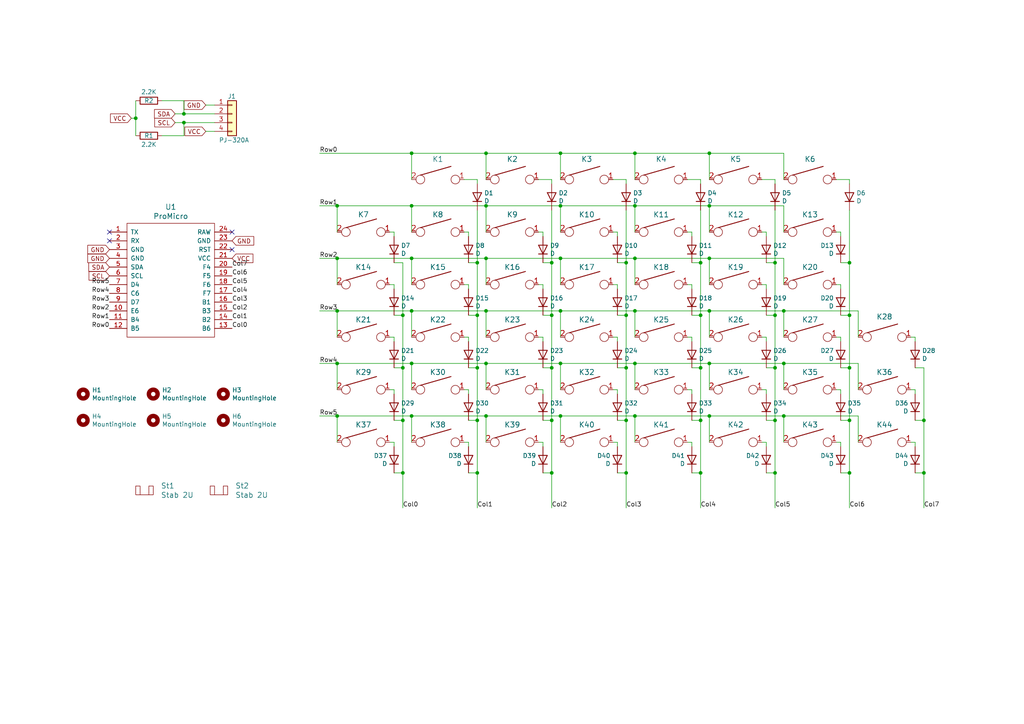
<source format=kicad_sch>
(kicad_sch (version 20230121) (generator eeschema)
  (paper "A4")
  (lib_symbols
    (symbol "Connector_Generic:Conn_01x04" (pin_names (offset 1.016) hide)
      (property "Reference" "J" (at 0 5.08 0))
      (property "Value" "Conn_01x04" (at 0 -7.62 0))
      (symbol "Conn_01x04_1_1"
        (rectangle (start -1.27 -4.953) (end 0 -5.207) (stroke (width 0.1524)))
        (rectangle (start -1.27 -2.413) (end 0 -2.667) (stroke (width 0.1524)))
        (rectangle (start -1.27 0.127) (end 0 -0.127) (stroke (width 0.1524)))
        (rectangle (start -1.27 2.667) (end 0 2.413) (stroke (width 0.1524)))
        (rectangle (start -1.27 3.81) (end 1.27 -6.35) (stroke (width 0.254)) (fill (type background)))
        (pin passive line (at -5.08 2.54 0) (length 3.81) (name "Pin_1") (number "1"))
        (pin passive line (at -5.08 0 0) (length 3.81) (name "Pin_2") (number "2"))
        (pin passive line (at -5.08 -2.54 0) (length 3.81) (name "Pin_3") (number "3"))
        (pin passive line (at -5.08 -5.08 0) (length 3.81) (name "Pin_4") (number "4"))
      )
    )
    (symbol "Device:D" (pin_numbers hide) (pin_names (offset 1.016) hide)
      (property "Reference" "D" (at 0 2.54 0))
      (property "Value" "D" (at 0 -2.54 0))
      (symbol "D_0_1"
        (polyline (pts (xy -1.27 1.27) (xy -1.27 -1.27)) (stroke (width 0.254)))
        (polyline (pts (xy 1.27 0) (xy -1.27 0)))
        (polyline (pts (xy 1.27 1.27) (xy 1.27 -1.27) (xy -1.27 0) (xy 1.27 1.27)) (stroke (width 0.254)))
      )
      (symbol "D_1_1"
        (pin passive line (at -3.81 0 0) (length 2.54) (name "K") (number "1"))
        (pin passive line (at 3.81 0 180) (length 2.54) (name "A") (number "2"))
      )
    )
    (symbol "Device:R" (pin_numbers hide) (pin_names (offset 0))
      (property "Reference" "R" (at 2.032 0 90))
      (property "Value" "R" (at 0 0 90))
      (symbol "R_0_1"
        (rectangle (start -1.016 -2.54) (end 1.016 2.54) (stroke (width 0.254)))
      )
      (symbol "R_1_1"
        (pin passive line (at 0 3.81 270) (length 1.27) (name "~") (number "1"))
        (pin passive line (at 0 -3.81 90) (length 1.27) (name "~") (number "2"))
      )
    )
    (symbol "ErgoMax:Stabilizer" (pin_names (offset 1.016))
      (property "Reference" "St" (at 0 -2.54 0))
      (property "Value" "Stabilizer" (at 0 2.54 0))
      (symbol "Stabilizer_0_1"
        (rectangle (start -2.54 1.27) (end -1.27 -1.27))
        (polyline (pts (xy 1.27 -1.27) (xy -1.27 -1.27)))
        (rectangle (start 1.27 1.27) (end 2.54 -1.27))
      )
    )
    (symbol "Mechanical:MountingHole" (pin_names (offset 1.016))
      (property "Reference" "H" (at 0 5.08 0))
      (property "Value" "MountingHole" (at 0 3.175 0))
      (symbol "MountingHole_0_1"
        (circle (center 0 0) (radius 1.27) (stroke (width 1.27)))
      )
    )
    (symbol "keyboard_parts:KEYSW" (pin_names (offset 1.016))
      (property "Reference" "K?" (at -1.27 0 0))
      (symbol "KEYSW_0_1"
        (circle (center -5.08 0) (radius 1.27))
        (polyline (pts (xy -5.08 1.27) (xy 3.81 3.81)) (stroke (width 0.254)))
        (circle (center 5.08 0) (radius 1.27))
      )
      (symbol "KEYSW_1_1"
        (pin passive line (at 7.62 0 180) (length 1.27) (name "~") (number "1"))
        (pin passive line (at -7.62 0 0) (length 1.27) (name "~") (number "2"))
      )
    )
    (symbol "promicro:ProMicro" (pin_names (offset 1.016))
      (property "Reference" "U" (at 0 24.13 0))
      (property "Value" "ProMicro" (at 0 -13.97 0))
      (symbol "ProMicro_0_1"
        (rectangle (start -12.7 21.59) (end 12.7 -11.43))
      )
      (symbol "ProMicro_1_1"
        (pin bidirectional line (at -17.78 19.05 0) (length 5.08) (name "TX") (number "1"))
        (pin bidirectional line (at -17.78 -3.81 0) (length 5.08) (name "E6") (number "10"))
        (pin bidirectional line (at -17.78 -6.35 0) (length 5.08) (name "B4") (number "11"))
        (pin bidirectional line (at -17.78 -8.89 0) (length 5.08) (name "B5") (number "12"))
        (pin bidirectional line (at 17.78 -8.89 180) (length 5.08) (name "B6") (number "13"))
        (pin bidirectional line (at 17.78 -6.35 180) (length 5.08) (name "B2") (number "14"))
        (pin bidirectional line (at 17.78 -3.81 180) (length 5.08) (name "B3") (number "15"))
        (pin bidirectional line (at 17.78 -1.27 180) (length 5.08) (name "B1") (number "16"))
        (pin bidirectional line (at 17.78 1.27 180) (length 5.08) (name "F7") (number "17"))
        (pin bidirectional line (at 17.78 3.81 180) (length 5.08) (name "F6") (number "18"))
        (pin bidirectional line (at 17.78 6.35 180) (length 5.08) (name "F5") (number "19"))
        (pin bidirectional line (at -17.78 16.51 0) (length 5.08) (name "RX") (number "2"))
        (pin bidirectional line (at 17.78 8.89 180) (length 5.08) (name "F4") (number "20"))
        (pin power_out line (at 17.78 11.43 180) (length 5.08) (name "VCC") (number "21"))
        (pin input line (at 17.78 13.97 180) (length 5.08) (name "RST") (number "22"))
        (pin power_in line (at 17.78 16.51 180) (length 5.08) (name "GND") (number "23"))
        (pin power_out line (at 17.78 19.05 180) (length 5.08) (name "RAW") (number "24"))
        (pin power_in line (at -17.78 13.97 0) (length 5.08) (name "GND") (number "3"))
        (pin power_in line (at -17.78 11.43 0) (length 5.08) (name "GND") (number "4"))
        (pin bidirectional line (at -17.78 8.89 0) (length 5.08) (name "SDA") (number "5"))
        (pin bidirectional line (at -17.78 6.35 0) (length 5.08) (name "SCL") (number "6"))
        (pin bidirectional line (at -17.78 3.81 0) (length 5.08) (name "D4") (number "7"))
        (pin bidirectional line (at -17.78 1.27 0) (length 5.08) (name "C6") (number "8"))
        (pin bidirectional line (at -17.78 -1.27 0) (length 5.08) (name "D7") (number "9"))
      )
    )
  )
  (junction (at 162.56 90.17))
  (junction (at 160.02 137.16))
  (junction (at 162.56 59.69))
  (junction (at 181.61 76.2))
  (junction (at 227.33 120.65))
  (junction (at 140.97 44.45))
  (junction (at 205.74 74.93))
  (junction (at 224.79 137.16))
  (junction (at 119.38 90.17))
  (junction (at 138.43 121.92))
  (junction (at 224.79 76.2))
  (junction (at 53.34 35.56))
  (junction (at 97.79 59.69))
  (junction (at 203.2 137.16))
  (junction (at 140.97 90.17))
  (junction (at 181.61 121.92))
  (junction (at 116.84 121.92))
  (junction (at 203.2 91.44))
  (junction (at 184.15 105.41))
  (junction (at 203.2 106.68))
  (junction (at 140.97 59.69))
  (junction (at 97.79 120.65))
  (junction (at 184.15 59.69))
  (junction (at 140.97 74.93))
  (junction (at 184.15 44.45))
  (junction (at 205.74 105.41))
  (junction (at 97.79 90.17))
  (junction (at 116.84 91.44))
  (junction (at 160.02 121.92))
  (junction (at 246.38 106.68))
  (junction (at 205.74 44.45))
  (junction (at 184.15 74.93))
  (junction (at 138.43 91.44))
  (junction (at 224.79 91.44))
  (junction (at 119.38 44.45))
  (junction (at 140.97 120.65))
  (junction (at 181.61 91.44))
  (junction (at 184.15 120.65))
  (junction (at 140.97 105.41))
  (junction (at 138.43 137.16))
  (junction (at 119.38 59.69))
  (junction (at 119.38 105.41))
  (junction (at 39.37 34.29))
  (junction (at 97.79 105.41))
  (junction (at 53.34 33.02))
  (junction (at 246.38 121.92))
  (junction (at 224.79 106.68))
  (junction (at 138.43 106.68))
  (junction (at 160.02 91.44))
  (junction (at 160.02 76.2))
  (junction (at 246.38 91.44))
  (junction (at 116.84 137.16))
  (junction (at 203.2 121.92))
  (junction (at 116.84 106.68))
  (junction (at 267.97 137.16))
  (junction (at 138.43 76.2))
  (junction (at 97.79 74.93))
  (junction (at 246.38 137.16))
  (junction (at 162.56 44.45))
  (junction (at 205.74 90.17))
  (junction (at 227.33 90.17))
  (junction (at 184.15 90.17))
  (junction (at 160.02 106.68))
  (junction (at 203.2 76.2))
  (junction (at 267.97 121.92))
  (junction (at 162.56 105.41))
  (junction (at 181.61 137.16))
  (junction (at 205.74 59.69))
  (junction (at 162.56 74.93))
  (junction (at 162.56 120.65))
  (junction (at 181.61 106.68))
  (junction (at 205.74 120.65))
  (junction (at 224.79 121.92))
  (junction (at 119.38 74.93))
  (junction (at 119.38 120.65))
  (junction (at 246.38 76.2))
  (junction (at 227.33 105.41))
  (no_connect (at 31.75 67.31))
  (no_connect (at 31.75 69.85))
  (no_connect (at 67.31 72.39))
  (no_connect (at 67.31 67.31))
  (wire (pts (xy 242.57 128.27) (xy 243.84 128.27)))
  (wire (pts (xy 138.43 76.2) (xy 138.43 91.44)))
  (wire (pts (xy 205.74 82.55) (xy 205.74 74.93)))
  (wire (pts (xy 265.43 137.16) (xy 267.97 137.16)))
  (wire (pts (xy 203.2 76.2) (xy 203.2 91.44)))
  (wire (pts (xy 205.74 97.79) (xy 205.74 90.17)))
  (wire (pts (xy 138.43 52.07) (xy 138.43 53.34)))
  (wire (pts (xy 184.15 97.79) (xy 184.15 90.17)))
  (wire (pts (xy 140.97 113.03) (xy 140.97 105.41)))
  (wire (pts (xy 135.89 82.55) (xy 135.89 83.82)))
  (wire (pts (xy 200.66 113.03) (xy 200.66 114.3)))
  (wire (pts (xy 203.2 60.96) (xy 203.2 76.2)))
  (wire (pts (xy 200.66 76.2) (xy 203.2 76.2)))
  (wire (pts (xy 97.79 97.79) (xy 97.79 90.17)))
  (wire (pts (xy 140.97 59.69) (xy 162.56 59.69)))
  (wire (pts (xy 243.84 114.3) (xy 243.84 113.03)))
  (wire (pts (xy 179.07 137.16) (xy 181.61 137.16)))
  (wire (pts (xy 224.79 52.07) (xy 224.79 53.34)))
  (wire (pts (xy 162.56 120.65) (xy 140.97 120.65)))
  (wire (pts (xy 203.2 91.44) (xy 203.2 106.68)))
  (wire (pts (xy 134.62 82.55) (xy 135.89 82.55)))
  (wire (pts (xy 140.97 105.41) (xy 119.38 105.41)))
  (wire (pts (xy 267.97 121.92) (xy 267.97 137.16)))
  (wire (pts (xy 243.84 76.2) (xy 246.38 76.2)))
  (wire (pts (xy 114.3 137.16) (xy 116.84 137.16)))
  (wire (pts (xy 114.3 106.68) (xy 116.84 106.68)))
  (wire (pts (xy 119.38 113.03) (xy 119.38 105.41)))
  (wire (pts (xy 200.66 82.55) (xy 200.66 83.82)))
  (wire (pts (xy 179.07 82.55) (xy 179.07 83.82)))
  (wire (pts (xy 248.92 105.41) (xy 227.33 105.41)))
  (wire (pts (xy 227.33 97.79) (xy 227.33 90.17)))
  (wire (pts (xy 227.33 59.69) (xy 205.74 59.69)))
  (wire (pts (xy 181.61 60.96) (xy 181.61 76.2)))
  (wire (pts (xy 220.98 82.55) (xy 222.25 82.55)))
  (wire (pts (xy 227.33 105.41) (xy 205.74 105.41)))
  (wire (pts (xy 243.84 91.44) (xy 246.38 91.44)))
  (wire (pts (xy 184.15 59.69) (xy 162.56 59.69)))
  (wire (pts (xy 248.92 90.17) (xy 227.33 90.17)))
  (wire (pts (xy 53.34 29.21) (xy 53.34 33.02)))
  (wire (pts (xy 179.07 113.03) (xy 179.07 114.3)))
  (wire (pts (xy 222.25 121.92) (xy 224.79 121.92)))
  (wire (pts (xy 157.48 121.92) (xy 160.02 121.92)))
  (wire (pts (xy 53.34 33.02) (xy 62.23 33.02)))
  (wire (pts (xy 119.38 120.65) (xy 97.79 120.65)))
  (wire (pts (xy 227.33 128.27) (xy 227.33 120.65)))
  (wire (pts (xy 177.8 82.55) (xy 179.07 82.55)))
  (wire (pts (xy 264.16 113.03) (xy 265.43 113.03)))
  (wire (pts (xy 205.74 44.45) (xy 184.15 44.45)))
  (wire (pts (xy 134.62 52.07) (xy 138.43 52.07)))
  (wire (pts (xy 116.84 91.44) (xy 116.84 106.68)))
  (wire (pts (xy 162.56 74.93) (xy 140.97 74.93)))
  (wire (pts (xy 135.89 137.16) (xy 138.43 137.16)))
  (wire (pts (xy 114.3 113.03) (xy 114.3 114.3)))
  (wire (pts (xy 246.38 121.92) (xy 246.38 137.16)))
  (wire (pts (xy 39.37 34.29) (xy 39.37 39.37)))
  (wire (pts (xy 222.25 97.79) (xy 222.25 99.06)))
  (wire (pts (xy 200.66 128.27) (xy 200.66 129.54)))
  (wire (pts (xy 227.33 120.65) (xy 205.74 120.65)))
  (wire (pts (xy 92.71 44.45) (xy 119.38 44.45)))
  (wire (pts (xy 162.56 128.27) (xy 162.56 120.65)))
  (wire (pts (xy 140.97 67.31) (xy 140.97 59.69)))
  (wire (pts (xy 243.84 106.68) (xy 246.38 106.68)))
  (wire (pts (xy 181.61 106.68) (xy 181.61 121.92)))
  (wire (pts (xy 200.66 121.92) (xy 203.2 121.92)))
  (wire (pts (xy 113.03 82.55) (xy 114.3 82.55)))
  (wire (pts (xy 119.38 52.07) (xy 119.38 44.45)))
  (wire (pts (xy 39.37 34.29) (xy 39.37 29.21)))
  (wire (pts (xy 138.43 137.16) (xy 138.43 147.32)))
  (wire (pts (xy 242.57 82.55) (xy 243.84 82.55)))
  (wire (pts (xy 177.8 128.27) (xy 179.07 128.27)))
  (wire (pts (xy 246.38 60.96) (xy 246.38 76.2)))
  (wire (pts (xy 97.79 128.27) (xy 97.79 120.65)))
  (wire (pts (xy 227.33 113.03) (xy 227.33 105.41)))
  (wire (pts (xy 157.48 137.16) (xy 160.02 137.16)))
  (wire (pts (xy 205.74 74.93) (xy 184.15 74.93)))
  (wire (pts (xy 156.21 97.79) (xy 157.48 97.79)))
  (wire (pts (xy 138.43 91.44) (xy 138.43 106.68)))
  (wire (pts (xy 184.15 128.27) (xy 184.15 120.65)))
  (wire (pts (xy 224.79 60.96) (xy 224.79 76.2)))
  (wire (pts (xy 156.21 52.07) (xy 160.02 52.07)))
  (wire (pts (xy 119.38 74.93) (xy 97.79 74.93)))
  (wire (pts (xy 114.3 67.31) (xy 114.3 68.58)))
  (wire (pts (xy 140.97 82.55) (xy 140.97 74.93)))
  (wire (pts (xy 134.62 128.27) (xy 135.89 128.27)))
  (wire (pts (xy 160.02 60.96) (xy 160.02 76.2)))
  (wire (pts (xy 227.33 90.17) (xy 205.74 90.17)))
  (wire (pts (xy 114.3 121.92) (xy 116.84 121.92)))
  (wire (pts (xy 177.8 113.03) (xy 179.07 113.03)))
  (wire (pts (xy 242.57 67.31) (xy 243.84 67.31)))
  (wire (pts (xy 200.66 137.16) (xy 203.2 137.16)))
  (wire (pts (xy 227.33 74.93) (xy 205.74 74.93)))
  (wire (pts (xy 243.84 99.06) (xy 243.84 97.79)))
  (wire (pts (xy 205.74 113.03) (xy 205.74 105.41)))
  (wire (pts (xy 162.56 52.07) (xy 162.56 44.45)))
  (wire (pts (xy 267.97 106.68) (xy 267.97 121.92)))
  (wire (pts (xy 119.38 67.31) (xy 119.38 59.69)))
  (wire (pts (xy 199.39 82.55) (xy 200.66 82.55)))
  (wire (pts (xy 203.2 121.92) (xy 203.2 137.16)))
  (wire (pts (xy 184.15 90.17) (xy 162.56 90.17)))
  (wire (pts (xy 203.2 106.68) (xy 203.2 121.92)))
  (wire (pts (xy 97.79 67.31) (xy 97.79 59.69)))
  (wire (pts (xy 59.69 38.1) (xy 62.23 38.1)))
  (wire (pts (xy 157.48 128.27) (xy 157.48 129.54)))
  (wire (pts (xy 53.34 39.37) (xy 53.34 35.56)))
  (wire (pts (xy 140.97 120.65) (xy 119.38 120.65)))
  (wire (pts (xy 264.16 128.27) (xy 265.43 128.27)))
  (wire (pts (xy 203.2 137.16) (xy 203.2 147.32)))
  (wire (pts (xy 114.3 128.27) (xy 114.3 129.54)))
  (wire (pts (xy 220.98 128.27) (xy 222.25 128.27)))
  (wire (pts (xy 205.74 120.65) (xy 184.15 120.65)))
  (wire (pts (xy 246.38 106.68) (xy 246.38 121.92)))
  (wire (pts (xy 134.62 67.31) (xy 135.89 67.31)))
  (wire (pts (xy 92.71 59.69) (xy 97.79 59.69)))
  (wire (pts (xy 119.38 97.79) (xy 119.38 90.17)))
  (wire (pts (xy 46.99 39.37) (xy 53.34 39.37)))
  (wire (pts (xy 119.38 44.45) (xy 140.97 44.45)))
  (wire (pts (xy 134.62 97.79) (xy 135.89 97.79)))
  (wire (pts (xy 222.25 113.03) (xy 222.25 114.3)))
  (wire (pts (xy 243.84 129.54) (xy 243.84 128.27)))
  (wire (pts (xy 97.79 113.03) (xy 97.79 105.41)))
  (wire (pts (xy 242.57 52.07) (xy 246.38 52.07)))
  (wire (pts (xy 203.2 52.07) (xy 203.2 53.34)))
  (wire (pts (xy 179.07 121.92) (xy 181.61 121.92)))
  (wire (pts (xy 248.92 97.79) (xy 248.92 90.17)))
  (wire (pts (xy 177.8 67.31) (xy 179.07 67.31)))
  (wire (pts (xy 157.48 106.68) (xy 160.02 106.68)))
  (wire (pts (xy 179.07 67.31) (xy 179.07 68.58)))
  (wire (pts (xy 160.02 137.16) (xy 160.02 147.32)))
  (wire (pts (xy 138.43 60.96) (xy 138.43 76.2)))
  (wire (pts (xy 222.25 67.31) (xy 222.25 68.58)))
  (wire (pts (xy 267.97 137.16) (xy 267.97 147.32)))
  (wire (pts (xy 46.99 29.21) (xy 53.34 29.21)))
  (wire (pts (xy 179.07 97.79) (xy 179.07 99.06)))
  (wire (pts (xy 243.84 83.82) (xy 243.84 82.55)))
  (wire (pts (xy 162.56 82.55) (xy 162.56 74.93)))
  (wire (pts (xy 140.97 74.93) (xy 119.38 74.93)))
  (wire (pts (xy 97.79 105.41) (xy 92.71 105.41)))
  (wire (pts (xy 246.38 137.16) (xy 246.38 147.32)))
  (wire (pts (xy 38.1 34.29) (xy 39.37 34.29)))
  (wire (pts (xy 140.97 97.79) (xy 140.97 90.17)))
  (wire (pts (xy 97.79 74.93) (xy 92.71 74.93)))
  (wire (pts (xy 157.48 97.79) (xy 157.48 99.06)))
  (wire (pts (xy 59.69 30.48) (xy 62.23 30.48)))
  (wire (pts (xy 119.38 128.27) (xy 119.38 120.65)))
  (wire (pts (xy 135.89 67.31) (xy 135.89 68.58)))
  (wire (pts (xy 181.61 91.44) (xy 181.61 106.68)))
  (wire (pts (xy 135.89 91.44) (xy 138.43 91.44)))
  (wire (pts (xy 113.03 67.31) (xy 114.3 67.31)))
  (wire (pts (xy 200.66 67.31) (xy 200.66 68.58)))
  (wire (pts (xy 160.02 121.92) (xy 160.02 137.16)))
  (wire (pts (xy 243.84 68.58) (xy 243.84 67.31)))
  (wire (pts (xy 162.56 97.79) (xy 162.56 90.17)))
  (wire (pts (xy 246.38 76.2) (xy 246.38 91.44)))
  (wire (pts (xy 184.15 52.07) (xy 184.15 44.45)))
  (wire (pts (xy 119.38 105.41) (xy 97.79 105.41)))
  (wire (pts (xy 179.07 128.27) (xy 179.07 129.54)))
  (wire (pts (xy 97.79 90.17) (xy 92.71 90.17)))
  (wire (pts (xy 248.92 120.65) (xy 227.33 120.65)))
  (wire (pts (xy 160.02 76.2) (xy 160.02 91.44)))
  (wire (pts (xy 135.89 113.03) (xy 135.89 114.3)))
  (wire (pts (xy 227.33 82.55) (xy 227.33 74.93)))
  (wire (pts (xy 224.79 76.2) (xy 224.79 91.44)))
  (wire (pts (xy 157.48 82.55) (xy 157.48 83.82)))
  (wire (pts (xy 205.74 128.27) (xy 205.74 120.65)))
  (wire (pts (xy 114.3 82.55) (xy 114.3 83.82)))
  (wire (pts (xy 116.84 106.68) (xy 116.84 121.92)))
  (wire (pts (xy 97.79 82.55) (xy 97.79 74.93)))
  (wire (pts (xy 199.39 97.79) (xy 200.66 97.79)))
  (wire (pts (xy 135.89 76.2) (xy 138.43 76.2)))
  (wire (pts (xy 53.34 35.56) (xy 62.23 35.56)))
  (wire (pts (xy 265.43 128.27) (xy 265.43 129.54)))
  (wire (pts (xy 162.56 113.03) (xy 162.56 105.41)))
  (wire (pts (xy 222.25 106.68) (xy 224.79 106.68)))
  (wire (pts (xy 114.3 91.44) (xy 116.84 91.44)))
  (wire (pts (xy 114.3 97.79) (xy 114.3 99.06)))
  (wire (pts (xy 179.07 91.44) (xy 181.61 91.44)))
  (wire (pts (xy 140.97 52.07) (xy 140.97 44.45)))
  (wire (pts (xy 157.48 113.03) (xy 157.48 114.3)))
  (wire (pts (xy 248.92 113.03) (xy 248.92 105.41)))
  (wire (pts (xy 205.74 52.07) (xy 205.74 44.45)))
  (wire (pts (xy 140.97 90.17) (xy 119.38 90.17)))
  (wire (pts (xy 135.89 121.92) (xy 138.43 121.92)))
  (wire (pts (xy 97.79 120.65) (xy 92.71 120.65)))
  (wire (pts (xy 135.89 128.27) (xy 135.89 129.54)))
  (wire (pts (xy 181.61 121.92) (xy 181.61 137.16)))
  (wire (pts (xy 156.21 67.31) (xy 157.48 67.31)))
  (wire (pts (xy 138.43 106.68) (xy 138.43 121.92)))
  (wire (pts (xy 205.74 59.69) (xy 184.15 59.69)))
  (wire (pts (xy 242.57 113.03) (xy 243.84 113.03)))
  (wire (pts (xy 162.56 90.17) (xy 140.97 90.17)))
  (wire (pts (xy 184.15 113.03) (xy 184.15 105.41)))
  (wire (pts (xy 181.61 53.34) (xy 181.61 52.07)))
  (wire (pts (xy 181.61 52.07) (xy 177.8 52.07)))
  (wire (pts (xy 220.98 97.79) (xy 222.25 97.79)))
  (wire (pts (xy 157.48 91.44) (xy 160.02 91.44)))
  (wire (pts (xy 184.15 105.41) (xy 162.56 105.41)))
  (wire (pts (xy 156.21 128.27) (xy 157.48 128.27)))
  (wire (pts (xy 224.79 137.16) (xy 224.79 147.32)))
  (wire (pts (xy 135.89 97.79) (xy 135.89 99.06)))
  (wire (pts (xy 184.15 74.93) (xy 162.56 74.93)))
  (wire (pts (xy 138.43 121.92) (xy 138.43 137.16)))
  (wire (pts (xy 97.79 59.69) (xy 119.38 59.69)))
  (wire (pts (xy 184.15 67.31) (xy 184.15 59.69)))
  (wire (pts (xy 220.98 52.07) (xy 224.79 52.07)))
  (wire (pts (xy 222.25 76.2) (xy 224.79 76.2)))
  (wire (pts (xy 113.03 97.79) (xy 114.3 97.79)))
  (wire (pts (xy 265.43 121.92) (xy 267.97 121.92)))
  (wire (pts (xy 162.56 44.45) (xy 140.97 44.45)))
  (wire (pts (xy 246.38 52.07) (xy 246.38 53.34)))
  (wire (pts (xy 157.48 67.31) (xy 157.48 68.58)))
  (wire (pts (xy 265.43 97.79) (xy 265.43 99.06)))
  (wire (pts (xy 205.74 105.41) (xy 184.15 105.41)))
  (wire (pts (xy 116.84 137.16) (xy 116.84 147.32)))
  (wire (pts (xy 200.66 91.44) (xy 203.2 91.44)))
  (wire (pts (xy 50.8 35.56) (xy 53.34 35.56)))
  (wire (pts (xy 177.8 97.79) (xy 179.07 97.79)))
  (wire (pts (xy 220.98 67.31) (xy 222.25 67.31)))
  (wire (pts (xy 181.61 76.2) (xy 181.61 91.44)))
  (wire (pts (xy 134.62 113.03) (xy 135.89 113.03)))
  (wire (pts (xy 264.16 97.79) (xy 265.43 97.79)))
  (wire (pts (xy 199.39 52.07) (xy 203.2 52.07)))
  (wire (pts (xy 135.89 106.68) (xy 138.43 106.68)))
  (wire (pts (xy 179.07 106.68) (xy 181.61 106.68)))
  (wire (pts (xy 242.57 97.79) (xy 243.84 97.79)))
  (wire (pts (xy 157.48 76.2) (xy 160.02 76.2)))
  (wire (pts (xy 156.21 113.03) (xy 157.48 113.03)))
  (wire (pts (xy 222.25 91.44) (xy 224.79 91.44)))
  (wire (pts (xy 162.56 105.41) (xy 140.97 105.41)))
  (wire (pts (xy 113.03 128.27) (xy 114.3 128.27)))
  (wire (pts (xy 222.25 128.27) (xy 222.25 129.54)))
  (wire (pts (xy 265.43 113.03) (xy 265.43 114.3)))
  (wire (pts (xy 220.98 113.03) (xy 222.25 113.03)))
  (wire (pts (xy 227.33 52.07) (xy 227.33 44.45)))
  (wire (pts (xy 119.38 82.55) (xy 119.38 74.93)))
  (wire (pts (xy 222.25 137.16) (xy 224.79 137.16)))
  (wire (pts (xy 184.15 44.45) (xy 162.56 44.45)))
  (wire (pts (xy 184.15 120.65) (xy 162.56 120.65)))
  (wire (pts (xy 116.84 121.92) (xy 116.84 137.16)))
  (wire (pts (xy 113.03 113.03) (xy 114.3 113.03)))
  (wire (pts (xy 119.38 59.69) (xy 140.97 59.69)))
  (wire (pts (xy 205.74 90.17) (xy 184.15 90.17)))
  (wire (pts (xy 199.39 128.27) (xy 200.66 128.27)))
  (wire (pts (xy 224.79 91.44) (xy 224.79 106.68)))
  (wire (pts (xy 199.39 113.03) (xy 200.66 113.03)))
  (wire (pts (xy 227.33 67.31) (xy 227.33 59.69)))
  (wire (pts (xy 160.02 106.68) (xy 160.02 121.92)))
  (wire (pts (xy 224.79 121.92) (xy 224.79 137.16)))
  (wire (pts (xy 156.21 82.55) (xy 157.48 82.55)))
  (wire (pts (xy 114.3 76.2) (xy 116.84 76.2)))
  (wire (pts (xy 205.74 67.31) (xy 205.74 59.69)))
  (wire (pts (xy 160.02 91.44) (xy 160.02 106.68)))
  (wire (pts (xy 200.66 97.79) (xy 200.66 99.06)))
  (wire (pts (xy 199.39 67.31) (xy 200.66 67.31)))
  (wire (pts (xy 248.92 128.27) (xy 248.92 120.65)))
  (wire (pts (xy 184.15 82.55) (xy 184.15 74.93)))
  (wire (pts (xy 222.25 82.55) (xy 222.25 83.82)))
  (wire (pts (xy 227.33 44.45) (xy 205.74 44.45)))
  (wire (pts (xy 243.84 121.92) (xy 246.38 121.92)))
  (wire (pts (xy 246.38 91.44) (xy 246.38 106.68)))
  (wire (pts (xy 160.02 52.07) (xy 160.02 53.34)))
  (wire (pts (xy 224.79 106.68) (xy 224.79 121.92)))
  (wire (pts (xy 181.61 137.16) (xy 181.61 147.32)))
  (wire (pts (xy 50.8 33.02) (xy 53.34 33.02)))
  (wire (pts (xy 116.84 76.2) (xy 116.84 91.44)))
  (wire (pts (xy 265.43 106.68) (xy 267.97 106.68)))
  (wire (pts (xy 162.56 67.31) (xy 162.56 59.69)))
  (wire (pts (xy 140.97 128.27) (xy 140.97 120.65)))
  (wire (pts (xy 119.38 90.17) (xy 97.79 90.17)))
  (wire (pts (xy 179.07 76.2) (xy 181.61 76.2)))
  (wire (pts (xy 200.66 106.68) (xy 203.2 106.68)))
  (wire (pts (xy 243.84 137.16) (xy 246.38 137.16)))
  (label "Col0" (at 116.84 147.32 0))
  (label "Row4" (at 92.71 105.41 0))
  (label "Row4" (at 31.75 85.09 180))
  (label "Col1" (at 138.43 147.32 0))
  (label "Row0" (at 31.75 95.25 180))
  (label "Col5" (at 224.79 147.32 0))
  (label "Col7" (at 67.31 77.47 0))
  (label "Col6" (at 67.31 80.01 0))
  (label "Col4" (at 203.2 147.32 0))
  (label "Row3" (at 92.71 90.17 0))
  (label "Col3" (at 181.61 147.32 0))
  (label "Row1" (at 31.75 92.71 180))
  (label "Col7" (at 267.97 147.32 0))
  (label "Row5" (at 31.75 82.55 180))
  (label "Row1" (at 92.71 59.69 0))
  (label "Row0" (at 92.71 44.45 0))
  (label "Col0" (at 67.31 95.25 0))
  (label "Col2" (at 67.31 90.17 0))
  (label "Col2" (at 160.02 147.32 0))
  (label "Col5" (at 67.31 82.55 0))
  (label "Col4" (at 67.31 85.09 0))
  (label "Col6" (at 246.38 147.32 0))
  (label "Row2" (at 31.75 90.17 180))
  (label "Row2" (at 92.71 74.93 0))
  (label "Row3" (at 31.75 87.63 180))
  (label "Col1" (at 67.31 92.71 0))
  (label "Col3" (at 67.31 87.63 0))
  (label "Row5" (at 92.71 120.65 0))
  (global_label "SDA" (shape input) (at 31.75 77.47 180) (property "Intersheetrefs" "${INTERSHEET_REFS}" (effects hide)))
  (global_label "VCC" (shape input) (at 67.31 74.93 0) (property "Intersheetrefs" "${INTERSHEET_REFS}" (effects hide)))
  (global_label "GND" (shape input) (at 31.75 72.39 180) (property "Intersheetrefs" "${INTERSHEET_REFS}" (effects hide)))
  (global_label "VCC" (shape input) (at 38.1 34.29 180) (property "Intersheetrefs" "${INTERSHEET_REFS}" (effects hide)))
  (global_label "GND" (shape input) (at 67.31 69.85 0) (property "Intersheetrefs" "${INTERSHEET_REFS}" (effects hide)))
  (global_label "SDA" (shape input) (at 50.8 33.02 180) (property "Intersheetrefs" "${INTERSHEET_REFS}" (effects hide)))
  (global_label "VCC" (shape input) (at 59.69 38.1 180) (property "Intersheetrefs" "${INTERSHEET_REFS}" (effects hide)))
  (global_label "GND" (shape input) (at 31.75 74.93 180) (property "Intersheetrefs" "${INTERSHEET_REFS}" (effects hide)))
  (global_label "SCL" (shape input) (at 50.8 35.56 180) (property "Intersheetrefs" "${INTERSHEET_REFS}" (effects hide)))
  (global_label "GND" (shape input) (at 59.69 30.48 180) (property "Intersheetrefs" "${INTERSHEET_REFS}" (effects hide)))
  (global_label "SCL" (shape input) (at 31.75 80.01 180) (property "Intersheetrefs" "${INTERSHEET_REFS}" (effects hide)))
  (symbol (lib_id "promicro:ProMicro") (at 49.53 86.36 0) (unit 1)
    (property "Reference" "U1" (at 49.53 60.0202 0) (effects (font (size 1.524 1.524))))
    (property "Value" "ProMicro" (at 49.53 62.7126 0) (effects (font (size 1.524 1.524))))
    (property "Footprint" "ErgoMax:ProMicroReversible" (effects hide))
  )
  (symbol (lib_id "keyboard_parts:KEYSW") (at 127 52.07 0) (unit 1)
    (property "Reference" "K1" (at 127 46.1518 0) (effects (font (size 1.524 1.524))))
    (property "Value" "KEYSW" (effects hide))
    (property "Footprint" "ErgoMax:Kailh_MX_Socket_reversible" (effects hide))
  )
  (symbol (lib_id "keyboard_parts:KEYSW") (at 148.59 52.07 0) (unit 1)
    (property "Reference" "K2" (at 148.59 46.1518 0) (effects (font (size 1.524 1.524))))
    (property "Value" "KEYSW" (effects hide))
    (property "Footprint" "ErgoMax:Kailh_MX_Socket_reversible" (effects hide))
  )
  (symbol (lib_id "keyboard_parts:KEYSW") (at 170.18 52.07 0) (unit 1)
    (property "Reference" "K3" (at 170.18 46.1518 0) (effects (font (size 1.524 1.524))))
    (property "Value" "KEYSW" (effects hide))
    (property "Footprint" "ErgoMax:Kailh_MX_Socket_reversible" (effects hide))
  )
  (symbol (lib_id "keyboard_parts:KEYSW") (at 191.77 52.07 0) (unit 1)
    (property "Reference" "K4" (at 191.77 46.1518 0) (effects (font (size 1.524 1.524))))
    (property "Value" "KEYSW" (effects hide))
    (property "Footprint" "ErgoMax:Kailh_MX_Socket_reversible" (effects hide))
  )
  (symbol (lib_id "keyboard_parts:KEYSW") (at 213.36 52.07 0) (unit 1)
    (property "Reference" "K5" (at 213.36 46.1518 0) (effects (font (size 1.524 1.524))))
    (property "Value" "KEYSW" (effects hide))
    (property "Footprint" "ErgoMax:Kailh_MX_Socket_reversible" (effects hide))
  )
  (symbol (lib_id "keyboard_parts:KEYSW") (at 234.95 52.07 0) (unit 1)
    (property "Reference" "K6" (at 234.95 46.1518 0) (effects (font (size 1.524 1.524))))
    (property "Value" "KEYSW" (effects hide))
    (property "Footprint" "ErgoMax:Kailh_MX_Socket_reversible" (effects hide))
  )
  (symbol (lib_id "Device:D") (at 138.43 57.15 90) (unit 1)
    (property "Reference" "D1" (at 140.4366 55.9816 90) (effects (justify right)))
    (property "Value" "D" (at 140.4366 58.293 90) (effects (justify right)))
    (property "Footprint" "Keebio-Parts:Diode-dual" (effects hide))
  )
  (symbol (lib_id "keyboard_parts:KEYSW") (at 127 67.31 0) (unit 1)
    (property "Reference" "K8" (at 127 62.23 0) (effects (font (size 1.524 1.524))))
    (property "Value" "KEYSW" (effects hide))
    (property "Footprint" "ErgoMax:Kailh_MX_Socket_reversible" (effects hide))
  )
  (symbol (lib_id "Device:D") (at 160.02 57.15 90) (unit 1)
    (property "Reference" "D2" (at 162.0266 55.9816 90) (effects (justify right)))
    (property "Value" "D" (at 162.0266 58.293 90) (effects (justify right)))
    (property "Footprint" "Keebio-Parts:Diode-dual" (effects hide))
  )
  (symbol (lib_id "keyboard_parts:KEYSW") (at 105.41 67.31 0) (unit 1)
    (property "Reference" "K7" (at 105.41 62.23 0) (effects (font (size 1.524 1.524))))
    (property "Value" "KEYSW" (effects hide))
    (property "Footprint" "ErgoMax:Kailh_MX_Socket_reversible" (effects hide))
  )
  (symbol (lib_id "Device:D") (at 181.61 57.15 90) (unit 1)
    (property "Reference" "D3" (at 183.6166 55.9816 90) (effects (justify right)))
    (property "Value" "D" (at 183.6166 58.293 90) (effects (justify right)))
    (property "Footprint" "Keebio-Parts:Diode-dual" (effects hide))
  )
  (symbol (lib_id "Device:D") (at 203.2 57.15 90) (unit 1)
    (property "Reference" "D4" (at 205.2066 55.9816 90) (effects (justify right)))
    (property "Value" "D" (at 205.2066 58.293 90) (effects (justify right)))
    (property "Footprint" "Keebio-Parts:Diode-dual" (effects hide))
  )
  (symbol (lib_id "Device:D") (at 224.79 57.15 90) (unit 1)
    (property "Reference" "D5" (at 226.7966 55.9816 90) (effects (justify right)))
    (property "Value" "D" (at 226.7966 58.293 90) (effects (justify right)))
    (property "Footprint" "Keebio-Parts:Diode-dual" (effects hide))
  )
  (symbol (lib_id "Device:D") (at 246.38 57.15 90) (unit 1)
    (property "Reference" "D6" (at 248.3866 55.9816 90) (effects (justify right)))
    (property "Value" "D" (at 248.3866 58.293 90) (effects (justify right)))
    (property "Footprint" "Keebio-Parts:Diode-dual" (effects hide))
  )
  (symbol (lib_id "keyboard_parts:KEYSW") (at 148.59 67.31 0) (unit 1)
    (property "Reference" "K9" (at 148.59 62.23 0) (effects (font (size 1.524 1.524))))
    (property "Value" "KEYSW" (effects hide))
    (property "Footprint" "ErgoMax:Kailh_MX_Socket_reversible" (effects hide))
  )
  (symbol (lib_id "keyboard_parts:KEYSW") (at 170.18 67.31 0) (unit 1)
    (property "Reference" "K10" (at 170.18 62.23 0) (effects (font (size 1.524 1.524))))
    (property "Value" "KEYSW" (effects hide))
    (property "Footprint" "ErgoMax:Kailh_MX_Socket_reversible" (effects hide))
  )
  (symbol (lib_id "keyboard_parts:KEYSW") (at 191.77 67.31 0) (unit 1)
    (property "Reference" "K11" (at 191.77 62.23 0) (effects (font (size 1.524 1.524))))
    (property "Value" "KEYSW" (effects hide))
    (property "Footprint" "ErgoMax:Kailh_MX_Socket_reversible" (effects hide))
  )
  (symbol (lib_id "keyboard_parts:KEYSW") (at 213.36 67.31 0) (unit 1)
    (property "Reference" "K12" (at 213.36 62.23 0) (effects (font (size 1.524 1.524))))
    (property "Value" "KEYSW" (effects hide))
    (property "Footprint" "ErgoMax:Kailh_MX_Socket_reversible" (effects hide))
  )
  (symbol (lib_id "keyboard_parts:KEYSW") (at 234.95 67.31 0) (unit 1)
    (property "Reference" "K13" (at 234.95 62.23 0) (effects (font (size 1.524 1.524))))
    (property "Value" "KEYSW" (effects hide))
    (property "Footprint" "ErgoMax:Kailh_MX_Socket_reversible" (effects hide))
  )
  (symbol (lib_id "Device:D") (at 135.89 72.39 90) (unit 1)
    (property "Reference" "D8" (at 137.8966 71.2216 90) (effects (justify right)))
    (property "Value" "D" (at 137.8966 73.533 90) (effects (justify right)))
    (property "Footprint" "Keebio-Parts:Diode-dual" (effects hide))
  )
  (symbol (lib_id "Device:D") (at 157.48 72.39 90) (unit 1)
    (property "Reference" "D9" (at 159.4866 71.2216 90) (effects (justify right)))
    (property "Value" "D" (at 159.4866 73.533 90) (effects (justify right)))
    (property "Footprint" "Keebio-Parts:Diode-dual" (effects hide))
  )
  (symbol (lib_id "Device:D") (at 179.07 72.39 90) (unit 1)
    (property "Reference" "D10" (at 181.0766 71.2216 90) (effects (justify right)))
    (property "Value" "D" (at 181.0766 73.533 90) (effects (justify right)))
    (property "Footprint" "Keebio-Parts:Diode-dual" (effects hide))
  )
  (symbol (lib_id "Device:D") (at 200.66 72.39 90) (unit 1)
    (property "Reference" "D11" (at 202.6666 71.2216 90) (effects (justify right)))
    (property "Value" "D" (at 202.6666 73.533 90) (effects (justify right)))
    (property "Footprint" "Keebio-Parts:Diode-dual" (effects hide))
  )
  (symbol (lib_id "Device:D") (at 222.25 72.39 90) (unit 1)
    (property "Reference" "D12" (at 224.2566 71.2216 90) (effects (justify right)))
    (property "Value" "D" (at 224.2566 73.533 90) (effects (justify right)))
    (property "Footprint" "Keebio-Parts:Diode-dual" (effects hide))
  )
  (symbol (lib_id "Device:D") (at 243.84 72.39 90) (unit 1)
    (property "Reference" "D13" (at 241.8588 71.2216 90) (effects (justify left)))
    (property "Value" "D" (at 241.8588 73.533 90) (effects (justify left)))
    (property "Footprint" "Keebio-Parts:Diode-dual" (effects hide))
  )
  (symbol (lib_id "Device:D") (at 114.3 72.39 90) (unit 1)
    (property "Reference" "D7" (at 116.3066 71.2216 90) (effects (justify right)))
    (property "Value" "D" (at 116.3066 73.533 90) (effects (justify right)))
    (property "Footprint" "Keebio-Parts:Diode-dual" (effects hide))
  )
  (symbol (lib_id "Connector_Generic:Conn_01x04") (at 67.31 33.02 0) (unit 1)
    (property "Reference" "J1" (at 66.04 27.94 0) (effects (justify left)))
    (property "Value" "PJ-320A" (at 63.5 40.64 0) (effects (justify left)))
    (property "Footprint" "Keebio-Parts:TRRS-PJ-320A-dual" (effects hide))
  )
  (symbol (lib_id "keyboard_parts:KEYSW") (at 127 82.55 0) (unit 1)
    (property "Reference" "K15" (at 127 77.47 0) (effects (font (size 1.524 1.524))))
    (property "Value" "KEYSW" (effects hide))
    (property "Footprint" "ErgoMax:Kailh_MX_Socket_reversible" (effects hide))
  )
  (symbol (lib_id "keyboard_parts:KEYSW") (at 105.41 82.55 0) (unit 1)
    (property "Reference" "K14" (at 105.41 77.47 0) (effects (font (size 1.524 1.524))))
    (property "Value" "KEYSW" (effects hide))
    (property "Footprint" "ErgoMax:Kailh_MX_Socket_reversible" (effects hide))
  )
  (symbol (lib_id "keyboard_parts:KEYSW") (at 148.59 82.55 0) (unit 1)
    (property "Reference" "K16" (at 148.59 77.47 0) (effects (font (size 1.524 1.524))))
    (property "Value" "KEYSW" (effects hide))
    (property "Footprint" "ErgoMax:Kailh_MX_Socket_reversible" (effects hide))
  )
  (symbol (lib_id "keyboard_parts:KEYSW") (at 170.18 82.55 0) (unit 1)
    (property "Reference" "K17" (at 170.18 77.47 0) (effects (font (size 1.524 1.524))))
    (property "Value" "KEYSW" (effects hide))
    (property "Footprint" "ErgoMax:Kailh_MX_Socket_reversible" (effects hide))
  )
  (symbol (lib_id "keyboard_parts:KEYSW") (at 191.77 82.55 0) (unit 1)
    (property "Reference" "K18" (at 191.77 77.47 0) (effects (font (size 1.524 1.524))))
    (property "Value" "KEYSW" (effects hide))
    (property "Footprint" "ErgoMax:Kailh_MX_Socket_reversible" (effects hide))
  )
  (symbol (lib_id "keyboard_parts:KEYSW") (at 213.36 82.55 0) (unit 1)
    (property "Reference" "K19" (at 213.36 77.47 0) (effects (font (size 1.524 1.524))))
    (property "Value" "KEYSW" (effects hide))
    (property "Footprint" "ErgoMax:Kailh_MX_Socket_reversible" (effects hide))
  )
  (symbol (lib_id "keyboard_parts:KEYSW") (at 234.95 82.55 0) (unit 1)
    (property "Reference" "K20" (at 234.95 77.47 0) (effects (font (size 1.524 1.524))))
    (property "Value" "KEYSW" (effects hide))
    (property "Footprint" "ErgoMax:Kailh_MX_Socket_reversible" (effects hide))
  )
  (symbol (lib_id "Device:D") (at 135.89 87.63 90) (unit 1)
    (property "Reference" "D15" (at 137.8966 86.4616 90) (effects (justify right)))
    (property "Value" "D" (at 137.8966 88.773 90) (effects (justify right)))
    (property "Footprint" "Keebio-Parts:Diode-dual" (effects hide))
  )
  (symbol (lib_id "Device:D") (at 157.48 87.63 90) (unit 1)
    (property "Reference" "D16" (at 159.4866 86.4616 90) (effects (justify right)))
    (property "Value" "D" (at 159.4866 88.773 90) (effects (justify right)))
    (property "Footprint" "Keebio-Parts:Diode-dual" (effects hide))
  )
  (symbol (lib_id "Device:D") (at 179.07 87.63 90) (unit 1)
    (property "Reference" "D17" (at 181.0766 86.4616 90) (effects (justify right)))
    (property "Value" "D" (at 181.0766 88.773 90) (effects (justify right)))
    (property "Footprint" "Keebio-Parts:Diode-dual" (effects hide))
  )
  (symbol (lib_id "Device:D") (at 200.66 87.63 90) (unit 1)
    (property "Reference" "D18" (at 202.6666 86.4616 90) (effects (justify right)))
    (property "Value" "D" (at 202.6666 88.773 90) (effects (justify right)))
    (property "Footprint" "Keebio-Parts:Diode-dual" (effects hide))
  )
  (symbol (lib_id "Device:D") (at 222.25 87.63 90) (unit 1)
    (property "Reference" "D19" (at 224.2566 86.4616 90) (effects (justify right)))
    (property "Value" "D" (at 224.2566 88.773 90) (effects (justify right)))
    (property "Footprint" "Keebio-Parts:Diode-dual" (effects hide))
  )
  (symbol (lib_id "Device:D") (at 243.84 87.63 90) (unit 1)
    (property "Reference" "D20" (at 241.8588 86.4616 90) (effects (justify left)))
    (property "Value" "D" (at 241.8588 88.773 90) (effects (justify left)))
    (property "Footprint" "Keebio-Parts:Diode-dual" (effects hide))
  )
  (symbol (lib_id "Device:D") (at 114.3 87.63 90) (unit 1)
    (property "Reference" "D14" (at 116.3066 86.4616 90) (effects (justify right)))
    (property "Value" "D" (at 116.3066 88.773 90) (effects (justify right)))
    (property "Footprint" "Keebio-Parts:Diode-dual" (effects hide))
  )
  (symbol (lib_id "keyboard_parts:KEYSW") (at 127 97.79 0) (unit 1)
    (property "Reference" "K22" (at 127 92.71 0) (effects (font (size 1.524 1.524))))
    (property "Value" "KEYSW" (effects hide))
    (property "Footprint" "ErgoMax:Kailh_MX_Socket_reversible" (effects hide))
  )
  (symbol (lib_id "keyboard_parts:KEYSW") (at 105.41 97.79 0) (unit 1)
    (property "Reference" "K21" (at 105.41 92.71 0) (effects (font (size 1.524 1.524))))
    (property "Value" "KEYSW" (effects hide))
    (property "Footprint" "ErgoMax:Kailh_MX_Socket_reversible" (effects hide))
  )
  (symbol (lib_id "keyboard_parts:KEYSW") (at 148.59 97.79 0) (unit 1)
    (property "Reference" "K23" (at 148.59 92.71 0) (effects (font (size 1.524 1.524))))
    (property "Value" "KEYSW" (effects hide))
    (property "Footprint" "ErgoMax:Kailh_MX_Socket_reversible" (effects hide))
  )
  (symbol (lib_id "keyboard_parts:KEYSW") (at 170.18 97.79 0) (unit 1)
    (property "Reference" "K24" (at 170.18 92.71 0) (effects (font (size 1.524 1.524))))
    (property "Value" "KEYSW" (effects hide))
    (property "Footprint" "ErgoMax:Kailh_MX_Socket_reversible" (effects hide))
  )
  (symbol (lib_id "keyboard_parts:KEYSW") (at 191.77 97.79 0) (unit 1)
    (property "Reference" "K25" (at 191.77 92.71 0) (effects (font (size 1.524 1.524))))
    (property "Value" "KEYSW" (effects hide))
    (property "Footprint" "ErgoMax:Kailh_MX_Socket_reversible" (effects hide))
  )
  (symbol (lib_id "keyboard_parts:KEYSW") (at 213.36 97.79 0) (unit 1)
    (property "Reference" "K26" (at 213.36 92.71 0) (effects (font (size 1.524 1.524))))
    (property "Value" "KEYSW" (effects hide))
    (property "Footprint" "ErgoMax:Kailh_MX_Socket_reversible" (effects hide))
  )
  (symbol (lib_id "keyboard_parts:KEYSW") (at 234.95 97.79 0) (unit 1)
    (property "Reference" "K27" (at 234.95 92.71 0) (effects (font (size 1.524 1.524))))
    (property "Value" "KEYSW" (effects hide))
    (property "Footprint" "ErgoMax:Kailh_MX_Socket_reversible" (effects hide))
  )
  (symbol (lib_id "Device:D") (at 135.89 102.87 90) (unit 1)
    (property "Reference" "D22" (at 137.8966 101.7016 90) (effects (justify right)))
    (property "Value" "D" (at 137.8966 104.013 90) (effects (justify right)))
    (property "Footprint" "Keebio-Parts:Diode-dual" (effects hide))
  )
  (symbol (lib_id "Device:D") (at 157.48 102.87 90) (unit 1)
    (property "Reference" "D23" (at 159.4866 101.7016 90) (effects (justify right)))
    (property "Value" "D" (at 159.4866 104.013 90) (effects (justify right)))
    (property "Footprint" "Keebio-Parts:Diode-dual" (effects hide))
  )
  (symbol (lib_id "Device:D") (at 179.07 102.87 90) (unit 1)
    (property "Reference" "D24" (at 181.0766 101.7016 90) (effects (justify right)))
    (property "Value" "D" (at 181.0766 104.013 90) (effects (justify right)))
    (property "Footprint" "Keebio-Parts:Diode-dual" (effects hide))
  )
  (symbol (lib_id "Device:D") (at 200.66 102.87 90) (unit 1)
    (property "Reference" "D25" (at 202.6666 101.7016 90) (effects (justify right)))
    (property "Value" "D" (at 202.6666 104.013 90) (effects (justify right)))
    (property "Footprint" "Keebio-Parts:Diode-dual" (effects hide))
  )
  (symbol (lib_id "Device:D") (at 222.25 102.87 90) (unit 1)
    (property "Reference" "D26" (at 224.2566 101.7016 90) (effects (justify right)))
    (property "Value" "D" (at 224.2566 104.013 90) (effects (justify right)))
    (property "Footprint" "Keebio-Parts:Diode-dual" (effects hide))
  )
  (symbol (lib_id "Device:D") (at 243.84 102.87 90) (unit 1)
    (property "Reference" "D27" (at 241.8588 101.7016 90) (effects (justify left)))
    (property "Value" "D" (at 241.8588 104.013 90) (effects (justify left)))
    (property "Footprint" "Keebio-Parts:Diode-dual" (effects hide))
  )
  (symbol (lib_id "Device:D") (at 114.3 102.87 90) (unit 1)
    (property "Reference" "D21" (at 116.3066 101.7016 90) (effects (justify right)))
    (property "Value" "D" (at 116.3066 104.013 90) (effects (justify right)))
    (property "Footprint" "Keebio-Parts:Diode-dual" (effects hide))
  )
  (symbol (lib_id "keyboard_parts:KEYSW") (at 127 113.03 0) (unit 1)
    (property "Reference" "K30" (at 127 107.95 0) (effects (font (size 1.524 1.524))))
    (property "Value" "KEYSW" (effects hide))
    (property "Footprint" "ErgoMax:Kailh_MX_Socket_reversible" (effects hide))
  )
  (symbol (lib_id "keyboard_parts:KEYSW") (at 105.41 113.03 0) (unit 1)
    (property "Reference" "K29" (at 105.41 107.95 0) (effects (font (size 1.524 1.524))))
    (property "Value" "KEYSW" (effects hide))
    (property "Footprint" "ErgoMax:Kailh_MX_Socket_reversible" (effects hide))
  )
  (symbol (lib_id "keyboard_parts:KEYSW") (at 148.59 113.03 0) (unit 1)
    (property "Reference" "K31" (at 148.59 107.95 0) (effects (font (size 1.524 1.524))))
    (property "Value" "KEYSW" (effects hide))
    (property "Footprint" "ErgoMax:Kailh_MX_Socket_reversible" (effects hide))
  )
  (symbol (lib_id "keyboard_parts:KEYSW") (at 170.18 113.03 0) (unit 1)
    (property "Reference" "K32" (at 170.18 107.95 0) (effects (font (size 1.524 1.524))))
    (property "Value" "KEYSW" (effects hide))
    (property "Footprint" "ErgoMax:Kailh_MX_Socket_reversible" (effects hide))
  )
  (symbol (lib_id "keyboard_parts:KEYSW") (at 191.77 113.03 0) (unit 1)
    (property "Reference" "K33" (at 191.77 107.95 0) (effects (font (size 1.524 1.524))))
    (property "Value" "KEYSW" (effects hide))
    (property "Footprint" "ErgoMax:Kailh_MX_Socket_reversible" (effects hide))
  )
  (symbol (lib_id "keyboard_parts:KEYSW") (at 213.36 113.03 0) (unit 1)
    (property "Reference" "K34" (at 213.36 107.95 0) (effects (font (size 1.524 1.524))))
    (property "Value" "KEYSW" (effects hide))
    (property "Footprint" "ErgoMax:Kailh_MX_Socket_reversible" (effects hide))
  )
  (symbol (lib_id "keyboard_parts:KEYSW") (at 234.95 113.03 0) (unit 1)
    (property "Reference" "K35" (at 234.95 107.95 0) (effects (font (size 1.524 1.524))))
    (property "Value" "KEYSW" (effects hide))
    (property "Footprint" "ErgoMax:Kailh_MX_Socket_reversible" (effects hide))
  )
  (symbol (lib_id "Device:D") (at 135.89 118.11 90) (unit 1)
    (property "Reference" "D30" (at 137.8966 116.9416 90) (effects (justify right)))
    (property "Value" "D" (at 137.8966 119.253 90) (effects (justify right)))
    (property "Footprint" "Keebio-Parts:Diode-dual" (effects hide))
  )
  (symbol (lib_id "Device:D") (at 157.48 118.11 90) (unit 1)
    (property "Reference" "D31" (at 159.4866 116.9416 90) (effects (justify right)))
    (property "Value" "D" (at 159.4866 119.253 90) (effects (justify right)))
    (property "Footprint" "Keebio-Parts:Diode-dual" (effects hide))
  )
  (symbol (lib_id "Device:D") (at 179.07 118.11 90) (unit 1)
    (property "Reference" "D32" (at 181.0766 116.9416 90) (effects (justify right)))
    (property "Value" "D" (at 181.0766 119.253 90) (effects (justify right)))
    (property "Footprint" "Keebio-Parts:Diode-dual" (effects hide))
  )
  (symbol (lib_id "Device:D") (at 200.66 118.11 90) (unit 1)
    (property "Reference" "D33" (at 202.6666 116.9416 90) (effects (justify right)))
    (property "Value" "D" (at 202.6666 119.253 90) (effects (justify right)))
    (property "Footprint" "Keebio-Parts:Diode-dual" (effects hide))
  )
  (symbol (lib_id "Device:D") (at 222.25 118.11 90) (unit 1)
    (property "Reference" "D34" (at 224.2566 116.9416 90) (effects (justify right)))
    (property "Value" "D" (at 224.2566 119.253 90) (effects (justify right)))
    (property "Footprint" "Keebio-Parts:Diode-dual" (effects hide))
  )
  (symbol (lib_id "Device:D") (at 243.84 118.11 90) (unit 1)
    (property "Reference" "D35" (at 245.8466 116.9416 90) (effects (justify right)))
    (property "Value" "D" (at 245.8466 119.253 90) (effects (justify right)))
    (property "Footprint" "Keebio-Parts:Diode-dual" (effects hide))
  )
  (symbol (lib_id "Device:D") (at 114.3 118.11 90) (unit 1)
    (property "Reference" "D29" (at 116.3066 116.9416 90) (effects (justify right)))
    (property "Value" "D" (at 116.3066 119.253 90) (effects (justify right)))
    (property "Footprint" "Keebio-Parts:Diode-dual" (effects hide))
  )
  (symbol (lib_id "keyboard_parts:KEYSW") (at 127 128.27 0) (unit 1)
    (property "Reference" "K38" (at 127 123.19 0) (effects (font (size 1.524 1.524))))
    (property "Value" "KEYSW" (effects hide))
    (property "Footprint" "ErgoMax:Kailh_MX_Socket_reversible" (effects hide))
  )
  (symbol (lib_id "keyboard_parts:KEYSW") (at 105.41 128.27 0) (unit 1)
    (property "Reference" "K37" (at 105.41 123.19 0) (effects (font (size 1.524 1.524))))
    (property "Value" "KEYSW" (effects hide))
    (property "Footprint" "ErgoMax:Kailh_MX_Socket_reversible" (effects hide))
  )
  (symbol (lib_id "keyboard_parts:KEYSW") (at 148.59 128.27 0) (unit 1)
    (property "Reference" "K39" (at 148.59 123.19 0) (effects (font (size 1.524 1.524))))
    (property "Value" "KEYSW" (effects hide))
    (property "Footprint" "ErgoMax:Kailh_MX_Socket_reversible" (effects hide))
  )
  (symbol (lib_id "keyboard_parts:KEYSW") (at 170.18 128.27 0) (unit 1)
    (property "Reference" "K40" (at 170.18 123.19 0) (effects (font (size 1.524 1.524))))
    (property "Value" "KEYSW" (effects hide))
    (property "Footprint" "ErgoMax:Kailh_MX_Socket_reversible" (effects hide))
  )
  (symbol (lib_id "keyboard_parts:KEYSW") (at 191.77 128.27 0) (unit 1)
    (property "Reference" "K41" (at 191.77 123.19 0) (effects (font (size 1.524 1.524))))
    (property "Value" "KEYSW" (effects hide))
    (property "Footprint" "ErgoMax:Kailh_MX_Socket_reversible" (effects hide))
  )
  (symbol (lib_id "keyboard_parts:KEYSW") (at 213.36 128.27 0) (unit 1)
    (property "Reference" "K42" (at 213.36 123.19 0) (effects (font (size 1.524 1.524))))
    (property "Value" "KEYSW" (effects hide))
    (property "Footprint" "ErgoMax:Kailh_MX_Socket_reversible" (effects hide))
  )
  (symbol (lib_id "keyboard_parts:KEYSW") (at 234.95 128.27 0) (unit 1)
    (property "Reference" "K43" (at 234.95 123.19 0) (effects (font (size 1.524 1.524))))
    (property "Value" "KEYSW" (effects hide))
    (property "Footprint" "ErgoMax:Kailh_MX_Socket_reversible" (effects hide))
  )
  (symbol (lib_id "Device:D") (at 135.89 133.35 90) (unit 1)
    (property "Reference" "D38" (at 133.9088 132.1816 90) (effects (justify left)))
    (property "Value" "D" (at 133.9088 134.493 90) (effects (justify left)))
    (property "Footprint" "Keebio-Parts:Diode-dual" (effects hide))
  )
  (symbol (lib_id "Device:D") (at 157.48 133.35 90) (unit 1)
    (property "Reference" "D39" (at 155.4988 132.1816 90) (effects (justify left)))
    (property "Value" "D" (at 155.4988 134.493 90) (effects (justify left)))
    (property "Footprint" "Keebio-Parts:Diode-dual" (effects hide))
  )
  (symbol (lib_id "Device:D") (at 179.07 133.35 90) (unit 1)
    (property "Reference" "D40" (at 177.0888 132.1816 90) (effects (justify left)))
    (property "Value" "D" (at 177.0888 134.493 90) (effects (justify left)))
    (property "Footprint" "Keebio-Parts:Diode-dual" (effects hide))
  )
  (symbol (lib_id "Device:D") (at 200.66 133.35 90) (unit 1)
    (property "Reference" "D41" (at 198.6788 132.1816 90) (effects (justify left)))
    (property "Value" "D" (at 198.6788 134.493 90) (effects (justify left)))
    (property "Footprint" "Keebio-Parts:Diode-dual" (effects hide))
  )
  (symbol (lib_id "Device:D") (at 222.25 133.35 90) (unit 1)
    (property "Reference" "D42" (at 220.2688 132.1816 90) (effects (justify left)))
    (property "Value" "D" (at 220.2688 134.493 90) (effects (justify left)))
    (property "Footprint" "Keebio-Parts:Diode-dual" (effects hide))
  )
  (symbol (lib_id "Device:D") (at 243.84 133.35 90) (unit 1)
    (property "Reference" "D43" (at 241.8588 132.1816 90) (effects (justify left)))
    (property "Value" "D" (at 241.8588 134.493 90) (effects (justify left)))
    (property "Footprint" "Keebio-Parts:Diode-dual" (effects hide))
  )
  (symbol (lib_id "Device:D") (at 114.3 133.35 90) (unit 1)
    (property "Reference" "D37" (at 112.3188 132.1816 90) (effects (justify left)))
    (property "Value" "D" (at 112.3188 134.493 90) (effects (justify left)))
    (property "Footprint" "Keebio-Parts:Diode-dual" (effects hide))
  )
  (symbol (lib_id "Mechanical:MountingHole") (at 24.13 114.3 0) (unit 1)
    (property "Reference" "H1" (at 26.67 113.1316 0) (effects (justify left)))
    (property "Value" "MountingHole" (at 26.67 115.443 0) (effects (justify left)))
    (property "Footprint" "MountingHole:MountingHole_6mm" (effects hide))
  )
  (symbol (lib_id "Mechanical:MountingHole") (at 44.45 114.3 0) (unit 1)
    (property "Reference" "H2" (at 46.99 113.1316 0) (effects (justify left)))
    (property "Value" "MountingHole" (at 46.99 115.443 0) (effects (justify left)))
    (property "Footprint" "MountingHole:MountingHole_6mm" (effects hide))
  )
  (symbol (lib_id "Mechanical:MountingHole") (at 64.77 114.3 0) (unit 1)
    (property "Reference" "H3" (at 67.31 113.1316 0) (effects (justify left)))
    (property "Value" "MountingHole" (at 67.31 115.443 0) (effects (justify left)))
    (property "Footprint" "MountingHole:MountingHole_6mm" (effects hide))
  )
  (symbol (lib_id "Mechanical:MountingHole") (at 24.13 121.92 0) (unit 1)
    (property "Reference" "H4" (at 26.67 120.7516 0) (effects (justify left)))
    (property "Value" "MountingHole" (at 26.67 123.063 0) (effects (justify left)))
    (property "Footprint" "MountingHole:MountingHole_6mm" (effects hide))
  )
  (symbol (lib_id "Mechanical:MountingHole") (at 44.45 121.92 0) (unit 1)
    (property "Reference" "H5" (at 46.99 120.7516 0) (effects (justify left)))
    (property "Value" "MountingHole" (at 46.99 123.063 0) (effects (justify left)))
    (property "Footprint" "MountingHole:MountingHole_6mm" (effects hide))
  )
  (symbol (lib_id "Mechanical:MountingHole") (at 64.77 121.92 0) (unit 1)
    (property "Reference" "H6" (at 67.31 120.7516 0) (effects (justify left)))
    (property "Value" "MountingHole" (at 67.31 123.063 0) (effects (justify left)))
    (property "Footprint" "MountingHole:MountingHole_6mm" (effects hide))
  )
  (symbol (lib_id "ErgoMax:Stabilizer") (at 41.91 142.24 0) (unit 1)
    (property "Reference" "St1" (at 46.6344 140.8938 0) (effects (font (size 1.524 1.524)) (justify left)))
    (property "Value" "Stab 2U" (at 46.6344 143.5862 0) (effects (font (size 1.524 1.524)) (justify left)))
    (property "Footprint" "keyboard_parts:Mx_Stab_200" (effects hide))
  )
  (symbol (lib_id "ErgoMax:Stabilizer") (at 63.5 142.24 0) (unit 1)
    (property "Reference" "St2" (at 68.2244 140.8938 0) (effects (font (size 1.524 1.524)) (justify left)))
    (property "Value" "Stab 2U" (at 68.2244 143.5862 0) (effects (font (size 1.524 1.524)) (justify left)))
    (property "Footprint" "keyboard_parts:Mx_Stab_200" (effects hide))
  )
  (symbol (lib_id "keyboard_parts:KEYSW") (at 256.54 128.27 0) (unit 1)
    (property "Reference" "K44" (at 256.54 123.19 0) (effects (font (size 1.524 1.524))))
    (property "Value" "KEYSW" (effects hide))
    (property "Footprint" "ErgoMax:Kailh_MX_Socket_reversible" (effects hide))
  )
  (symbol (lib_id "keyboard_parts:KEYSW") (at 256.54 113.03 0) (unit 1)
    (property "Reference" "K36" (at 256.54 107.95 0) (effects (font (size 1.524 1.524))))
    (property "Value" "KEYSW" (effects hide))
    (property "Footprint" "ErgoMax:Kailh_MX_Socket_reversible" (effects hide))
  )
  (symbol (lib_id "keyboard_parts:KEYSW") (at 256.54 97.79 0) (unit 1)
    (property "Reference" "K28" (at 256.54 91.8718 0) (effects (font (size 1.524 1.524))))
    (property "Value" "KEYSW" (effects hide))
    (property "Footprint" "ErgoMax:Kailh_MX_Socket_reversible" (effects hide))
  )
  (symbol (lib_id "Device:D") (at 265.43 102.87 90) (unit 1)
    (property "Reference" "D28" (at 267.4366 101.7016 90) (effects (justify right)))
    (property "Value" "D" (at 267.4366 104.013 90) (effects (justify right)))
    (property "Footprint" "Keebio-Parts:Diode-dual" (effects hide))
  )
  (symbol (lib_id "Device:D") (at 265.43 118.11 90) (unit 1)
    (property "Reference" "D36" (at 263.4488 116.9416 90) (effects (justify left)))
    (property "Value" "D" (at 263.4488 119.253 90) (effects (justify left)))
    (property "Footprint" "Keebio-Parts:Diode-dual" (effects hide))
  )
  (symbol (lib_id "Device:D") (at 265.43 133.35 90) (unit 1)
    (property "Reference" "D44" (at 263.4488 132.1816 90) (effects (justify left)))
    (property "Value" "D" (at 263.4488 134.493 90) (effects (justify left)))
    (property "Footprint" "Keebio-Parts:Diode-dual" (effects hide))
  )
  (symbol (lib_id "Device:R") (at 43.18 39.37 270) (unit 1)
    (property "Reference" "R1" (at 43.18 39.37 90))
    (property "Value" "2.2K" (at 43.18 41.91 90))
    (property "Footprint" "Keebio-Parts:Resistor-Hybrid" (effects hide))
  )
  (symbol (lib_id "Device:R") (at 43.18 29.21 270) (unit 1)
    (property "Reference" "R2" (at 43.18 29.21 90))
    (property "Value" "2.2K" (at 43.18 26.67 90))
    (property "Footprint" "Keebio-Parts:Resistor-Hybrid" (effects hide))
  )
)
</source>
